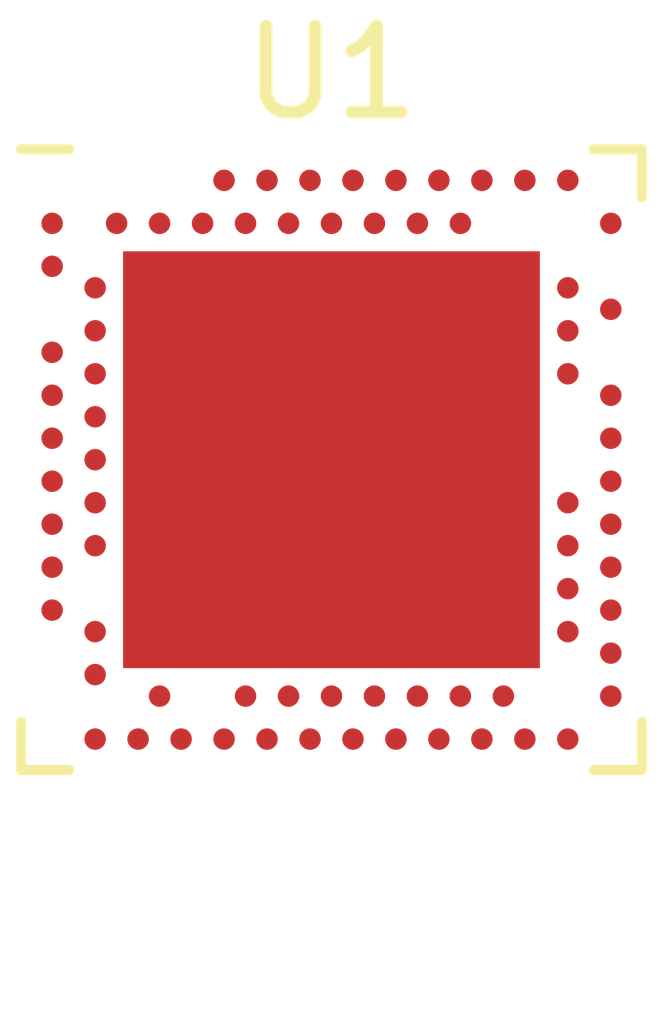
<source format=kicad_pcb>
(kicad_pcb (version 20211014) (generator pcbnew)
  (layers (0 "F.Cu" signal) (1 "In1.Cu" power) (2 "In2.Cu" power) (31 "B.Cu" signal) (34 "B.Paste" user) (35 "F.Paste" user) (36 "B.SilkS" user "B.Silkscreen") (37 "F.SilkS" user "F.Silkscreen") (38 "B.Mask" user) (39 "F.Mask" user) (44 "Edge.Cuts" user))
  (net 0 "")
  (net 8 "Net-(U1-PadA22)")
  (net 33 "Net-(U1-PadB7)")
  (footprint "Package_DFN_QFN:Nordic_AQFN-73-1EP_7x7mm_P0.5mm" (layer "F.Cu") (at 103.75 95)
    (fp_text reference "U1" (at 0 -4.5) (layer "F.SilkS"))
    (fp_text value "nRF52840")
    (fp_line (start 3.61 3.61) (end 3.05 3.61) (layer "F.SilkS") (width 0.12))
    (fp_line (start -3.61 -3.61) (end -3.05 -3.61) (layer "F.SilkS") (width 0.12))
    (fp_line (start -3.61 3.61) (end -3.05 3.61) (layer "F.SilkS") (width 0.12))
    (fp_line (start 3.61 -3.61) (end 3.05 -3.61) (layer "F.SilkS") (width 0.12))
    (fp_line (start 3.61 3.61) (end 3.61 3.05) (layer "F.SilkS") (width 0.12))
    (fp_line (start -3.61 3.61) (end -3.61 3.05) (layer "F.SilkS") (width 0.12))
    (fp_line (start 3.61 -3.61) (end 3.61 -3.05) (layer "F.SilkS") (width 0.12))
    (pad "A8" smd circle (at -1.25 -3.25 180) (size 0.25 0.25) (layers "F.Cu" "F.Paste" "F.Mask"))
    (pad "A10" smd circle (at -0.75 -3.25 180) (size 0.25 0.25) (layers "F.Cu" "F.Paste" "F.Mask"))
    (pad "A12" smd circle (at -0.25 -3.25 180) (size 0.25 0.25) (layers "F.Cu" "F.Paste" "F.Mask"))
    (pad "A14" smd circle (at 0.25 -3.25 180) (size 0.25 0.25) (layers "F.Cu" "F.Paste" "F.Mask"))
    (pad "A16" smd circle (at 0.75 -3.25 180) (size 0.25 0.25) (layers "F.Cu" "F.Paste" "F.Mask"))
    (pad "A18" smd circle (at 1.25 -3.25 180) (size 0.25 0.25) (layers "F.Cu" "F.Paste" "F.Mask"))
    (pad "A20" smd circle (at 1.75 -3.25 180) (size 0.25 0.25) (layers "F.Cu" "F.Paste" "F.Mask"))
    (pad "A22" smd circle (at 2.25 -3.25 180) (size 0.25 0.25) (layers "F.Cu" "F.Paste" "F.Mask") (net 8 "Net-(U1-PadA22)"))
    (pad "A23" smd circle (at 2.75 -3.25 180) (size 0.25 0.25) (layers "F.Cu" "F.Paste" "F.Mask"))
    (pad "AA24" smd circle (at 3.25 2.25 180) (size 0.25 0.25) (layers "F.Cu" "F.Paste" "F.Mask"))
    (pad "AB2" smd circle (at -2.75 2.5 180) (size 0.25 0.25) (layers "F.Cu" "F.Paste" "F.Mask"))
    (pad "AC5" smd circle (at -2 2.75 180) (size 0.25 0.25) (layers "F.Cu" "F.Paste" "F.Mask"))
    (pad "AC9" smd circle (at -1 2.75 180) (size 0.25 0.25) (layers "F.Cu" "F.Paste" "F.Mask"))
    (pad "AC11" smd circle (at -0.5 2.75 180) (size 0.25 0.25) (layers "F.Cu" "F.Paste" "F.Mask"))
    (pad "AC13" smd circle (at 0 2.75 180) (size 0.25 0.25) (layers "F.Cu" "F.Paste" "F.Mask"))
    (pad "AC15" smd circle (at 0.5 2.75 180) (size 0.25 0.25) (layers "F.Cu" "F.Paste" "F.Mask"))
    (pad "AC17" smd circle (at 1 2.75 180) (size 0.25 0.25) (layers "F.Cu" "F.Paste" "F.Mask"))
    (pad "AC19" smd circle (at 1.5 2.75 180) (size 0.25 0.25) (layers "F.Cu" "F.Paste" "F.Mask"))
    (pad "AC21" smd circle (at 2 2.75 180) (size 0.25 0.25) (layers "F.Cu" "F.Paste" "F.Mask"))
    (pad "AC24" smd circle (at 3.25 2.75 180) (size 0.25 0.25) (layers "F.Cu" "F.Paste" "F.Mask"))
    (pad "AD2" smd circle (at -2.75 3.25 180) (size 0.25 0.25) (layers "F.Cu" "F.Paste" "F.Mask"))
    (pad "AD4" smd circle (at -2.25 3.25 180) (size 0.25 0.25) (layers "F.Cu" "F.Paste" "F.Mask"))
    (pad "AD6" smd circle (at -1.75 3.25 180) (size 0.25 0.25) (layers "F.Cu" "F.Paste" "F.Mask"))
    (pad "AD8" smd circle (at -1.25 3.25 180) (size 0.25 0.25) (layers "F.Cu" "F.Paste" "F.Mask"))
    (pad "AD10" smd circle (at -0.75 3.25 180) (size 0.25 0.25) (layers "F.Cu" "F.Paste" "F.Mask"))
    (pad "AD12" smd circle (at -0.25 3.25 180) (size 0.25 0.25) (layers "F.Cu" "F.Paste" "F.Mask"))
    (pad "AD14" smd circle (at 0.25 3.25 180) (size 0.25 0.25) (layers "F.Cu" "F.Paste" "F.Mask") (net 8 "Net-(U1-PadA22)"))
    (pad "AD16" smd circle (at 0.75 3.25 180) (size 0.25 0.25) (layers "F.Cu" "F.Paste" "F.Mask"))
    (pad "AD18" smd circle (at 1.25 3.25 180) (size 0.25 0.25) (layers "F.Cu" "F.Paste" "F.Mask"))
    (pad "AD20" smd circle (at 1.75 3.25 180) (size 0.25 0.25) (layers "F.Cu" "F.Paste" "F.Mask"))
    (pad "AD22" smd circle (at 2.25 3.25 180) (size 0.25 0.25) (layers "F.Cu" "F.Paste" "F.Mask"))
    (pad "AD23" smd circle (at 2.75 3.25 180) (size 0.25 0.25) (layers "F.Cu" "F.Paste" "F.Mask") (net 8 "Net-(U1-PadA22)"))
    (pad "B1" smd circle (at -3.25 -2.75 180) (size 0.25 0.25) (layers "F.Cu" "F.Paste" "F.Mask") (net 8 "Net-(U1-PadA22)"))
    (pad "B3" smd circle (at -2.5 -2.75 180) (size 0.25 0.25) (layers "F.Cu" "F.Paste" "F.Mask"))
    (pad "B5" smd circle (at -2 -2.75 180) (size 0.25 0.25) (layers "F.Cu" "F.Paste" "F.Mask"))
    (pad "B7" smd circle (at -1.5 -2.75 180) (size 0.25 0.25) (layers "F.Cu" "F.Paste" "F.Mask") (net 33 "Net-(U1-PadB7)"))
    (pad "B9" smd circle (at -1 -2.75 180) (size 0.25 0.25) (layers "F.Cu" "F.Paste" "F.Mask"))
    (pad "B11" smd circle (at -0.5 -2.75 180) (size 0.25 0.25) (layers "F.Cu" "F.Paste" "F.Mask"))
    (pad "B13" smd circle (at 0 -2.75 180) (size 0.25 0.25) (layers "F.Cu" "F.Paste" "F.Mask"))
    (pad "B15" smd circle (at 0.5 -2.75 180) (size 0.25 0.25) (layers "F.Cu" "F.Paste" "F.Mask"))
    (pad "B17" smd circle (at 1 -2.75 180) (size 0.25 0.25) (layers "F.Cu" "F.Paste" "F.Mask"))
    (pad "B19" smd circle (at 1.5 -2.75 180) (size 0.25 0.25) (layers "F.Cu" "F.Paste" "F.Mask"))
    (pad "B24" smd circle (at 3.25 -2.75 180) (size 0.25 0.25) (layers "F.Cu" "F.Paste" "F.Mask"))
    (pad "C1" smd circle (at -3.25 -2.25 180) (size 0.25 0.25) (layers "F.Cu" "F.Paste" "F.Mask"))
    (pad "D2" smd circle (at -2.75 -2 180) (size 0.25 0.25) (layers "F.Cu" "F.Paste" "F.Mask"))
    (pad "D23" smd circle (at 2.75 -2 180) (size 0.25 0.25) (layers "F.Cu" "F.Paste" "F.Mask"))
    (pad "E24" smd circle (at 3.25 -1.75 180) (size 0.25 0.25) (layers "F.Cu" "F.Paste" "F.Mask"))
    (pad "EP" smd rect (at 0 0 180) (size 4.85 4.85) (layers "F.Cu" "F.Mask") (net 33 "Net-(U1-PadB7)"))
    (pad "F2" smd circle (at -2.75 -1.5 180) (size 0.25 0.25) (layers "F.Cu" "F.Paste" "F.Mask"))
    (pad "F23" smd circle (at 2.75 -1.5 180) (size 0.25 0.25) (layers "F.Cu" "F.Paste" "F.Mask"))
    (pad "G1" smd circle (at -3.25 -1.25 180) (size 0.25 0.25) (layers "F.Cu" "F.Paste" "F.Mask"))
    (pad "H2" smd circle (at -2.75 -1 180) (size 0.25 0.25) (layers "F.Cu" "F.Paste" "F.Mask"))
    (pad "H23" smd circle (at 2.75 -1 180) (size 0.25 0.25) (layers "F.Cu" "F.Paste" "F.Mask"))
    (pad "J1" smd circle (at -3.25 -0.75 180) (size 0.25 0.25) (layers "F.Cu" "F.Paste" "F.Mask"))
    (pad "J24" smd circle (at 3.25 -0.75 180) (size 0.25 0.25) (layers "F.Cu" "F.Paste" "F.Mask"))
    (pad "K2" smd circle (at -2.75 -0.5 180) (size 0.25 0.25) (layers "F.Cu" "F.Paste" "F.Mask"))
    (pad "L1" smd circle (at -3.25 -0.25 180) (size 0.25 0.25) (layers "F.Cu" "F.Paste" "F.Mask"))
    (pad "L24" smd circle (at 3.25 -0.25 180) (size 0.25 0.25) (layers "F.Cu" "F.Paste" "F.Mask"))
    (pad "M2" smd circle (at -2.75 0 180) (size 0.25 0.25) (layers "F.Cu" "F.Paste" "F.Mask"))
    (pad "N1" smd circle (at -3.25 0.25 180) (size 0.25 0.25) (layers "F.Cu" "F.Paste" "F.Mask"))
    (pad "N24" smd circle (at 3.25 0.25 180) (size 0.25 0.25) (layers "F.Cu" "F.Paste" "F.Mask"))
    (pad "P2" smd circle (at -2.75 0.5 180) (size 0.25 0.25) (layers "F.Cu" "F.Paste" "F.Mask"))
    (pad "P23" smd circle (at 2.75 0.5 180) (size 0.25 0.25) (layers "F.Cu" "F.Paste" "F.Mask"))
    (pad "R1" smd circle (at -3.25 0.75 180) (size 0.25 0.25) (layers "F.Cu" "F.Paste" "F.Mask"))
    (pad "R24" smd circle (at 3.25 0.75 180) (size 0.25 0.25) (layers "F.Cu" "F.Paste" "F.Mask"))
    (pad "T2" smd circle (at -2.75 1 180) (size 0.25 0.25) (layers "F.Cu" "F.Paste" "F.Mask"))
    (pad "T23" smd circle (at 2.75 1 180) (size 0.25 0.25) (layers "F.Cu" "F.Paste" "F.Mask"))
    (pad "U1" smd circle (at -3.25 1.25 180) (size 0.25 0.25) (layers "F.Cu" "F.Paste" "F.Mask"))
    (pad "U24" smd circle (at 3.25 1.25 180) (size 0.25 0.25) (layers "F.Cu" "F.Paste" "F.Mask"))
    (pad "V23" smd circle (at 2.75 1.5 180) (size 0.25 0.25) (layers "F.Cu" "F.Paste" "F.Mask"))
    (pad "W1" smd circle (at -3.25 1.75 180) (size 0.25 0.25) (layers "F.Cu" "F.Paste" "F.Mask") (net 8 "Net-(U1-PadA22)"))
    (pad "W24" smd circle (at 3.25 1.75 180) (size 0.25 0.25) (layers "F.Cu" "F.Paste" "F.Mask"))
    (pad "Y2" smd circle (at -2.75 2 180) (size 0.25 0.25) (layers "F.Cu" "F.Paste" "F.Mask"))
    (pad "Y23" smd circle (at 2.75 2 180) (size 0.25 0.25) (layers "F.Cu" "F.Paste" "F.Mask"))
  )
)
</source>
